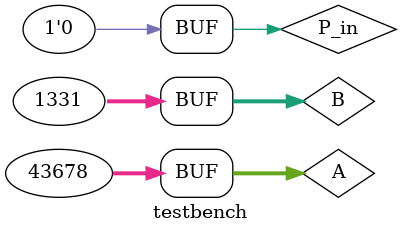
<source format=v>
`timescale 1ns / 1ps

module testbench();

    reg     [31:0]  A, B;
    reg             P_in;
    wire    [31:0]  S;
    wire            P_out;
    
    
    fulladder32 DUT(
                    .A(A),
                    .B(B),
                    .Pin(P_in),
                    .S(S),
                    .Pout(P_out)
    );
    
    initial begin
    
        A = 0; B = 0; P_in = 0;
        #5;
        
        A = 1; B = 0; P_in = 0;
		#5;                 
	
		A = 50; B = 20; P_in = 0;
		#5;
		
		A = 0; B = 100; P_in = 0;
		#5;
		
		A = 1995; B = 1996; P_in = 1;  
		#5;
		
		A = 10; B = 100; P_in = 0;  
		#5;
		
		A = 40067; B = 73469; P_in = 1;  
		#5;
		
		A = 43678; B = 1331; P_in = 0;  
		#5;
		
	end
    

endmodule

</source>
